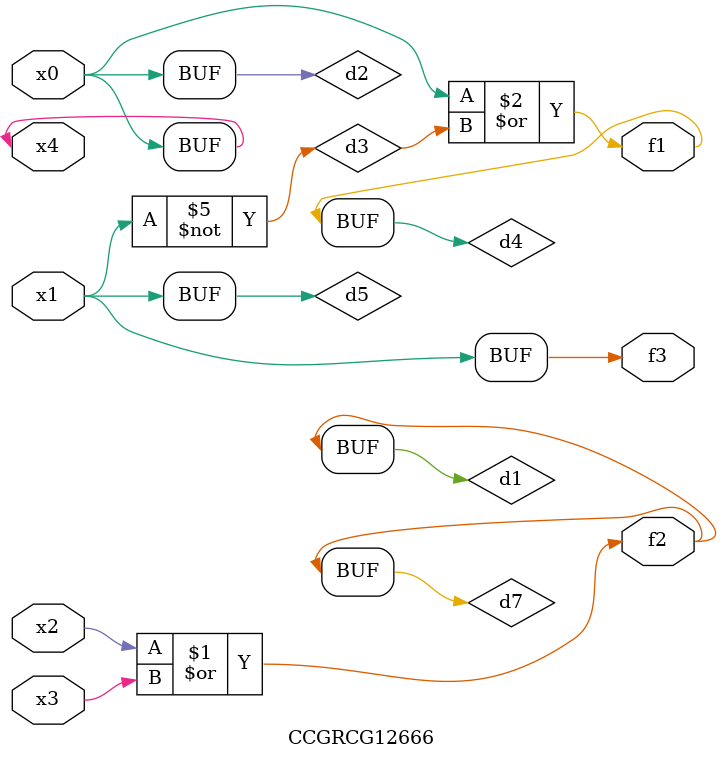
<source format=v>
module CCGRCG12666(
	input x0, x1, x2, x3, x4,
	output f1, f2, f3
);

	wire d1, d2, d3, d4, d5, d6, d7;

	or (d1, x2, x3);
	buf (d2, x0, x4);
	not (d3, x1);
	or (d4, d2, d3);
	not (d5, d3);
	nand (d6, d1, d3);
	or (d7, d1);
	assign f1 = d4;
	assign f2 = d7;
	assign f3 = d5;
endmodule

</source>
